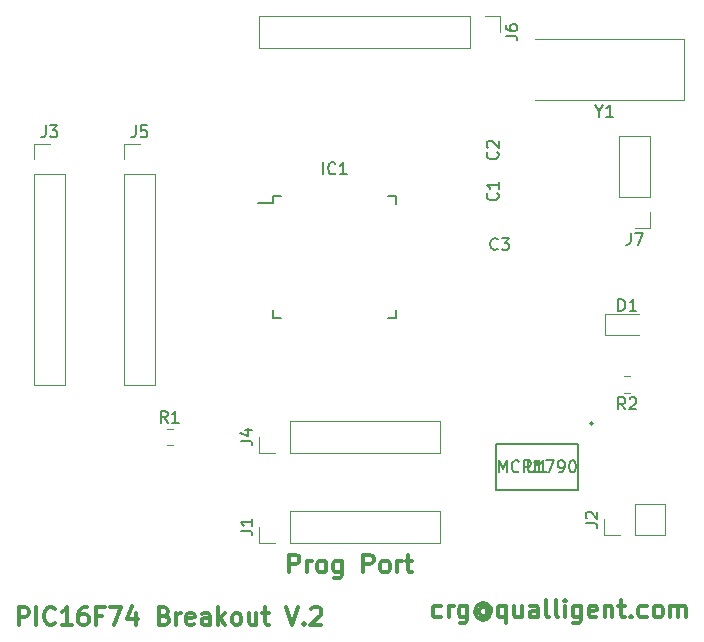
<source format=gbr>
G04 #@! TF.GenerationSoftware,KiCad,Pcbnew,(5.0.0-3-g5ebb6b6)*
G04 #@! TF.CreationDate,2021-02-23T05:46:04-05:00*
G04 #@! TF.ProjectId,PIC16F74Breakout,5049433136463734427265616B6F7574,rev?*
G04 #@! TF.SameCoordinates,Original*
G04 #@! TF.FileFunction,Legend,Top*
G04 #@! TF.FilePolarity,Positive*
%FSLAX46Y46*%
G04 Gerber Fmt 4.6, Leading zero omitted, Abs format (unit mm)*
G04 Created by KiCad (PCBNEW (5.0.0-3-g5ebb6b6)) date Tuesday, February 23, 2021 at 05:46:04 AM*
%MOMM*%
%LPD*%
G01*
G04 APERTURE LIST*
%ADD10C,0.300000*%
%ADD11C,0.152400*%
%ADD12C,0.120000*%
%ADD13C,0.150000*%
G04 APERTURE END LIST*
D10*
X149984285Y-123797142D02*
X149841428Y-123868571D01*
X149555714Y-123868571D01*
X149412857Y-123797142D01*
X149341428Y-123725714D01*
X149270000Y-123582857D01*
X149270000Y-123154285D01*
X149341428Y-123011428D01*
X149412857Y-122940000D01*
X149555714Y-122868571D01*
X149841428Y-122868571D01*
X149984285Y-122940000D01*
X150627142Y-123868571D02*
X150627142Y-122868571D01*
X150627142Y-123154285D02*
X150698571Y-123011428D01*
X150770000Y-122940000D01*
X150912857Y-122868571D01*
X151055714Y-122868571D01*
X152198571Y-122868571D02*
X152198571Y-124082857D01*
X152127142Y-124225714D01*
X152055714Y-124297142D01*
X151912857Y-124368571D01*
X151698571Y-124368571D01*
X151555714Y-124297142D01*
X152198571Y-123797142D02*
X152055714Y-123868571D01*
X151770000Y-123868571D01*
X151627142Y-123797142D01*
X151555714Y-123725714D01*
X151484285Y-123582857D01*
X151484285Y-123154285D01*
X151555714Y-123011428D01*
X151627142Y-122940000D01*
X151770000Y-122868571D01*
X152055714Y-122868571D01*
X152198571Y-122940000D01*
X153841428Y-123154285D02*
X153770000Y-123082857D01*
X153627142Y-123011428D01*
X153484285Y-123011428D01*
X153341428Y-123082857D01*
X153270000Y-123154285D01*
X153198571Y-123297142D01*
X153198571Y-123440000D01*
X153270000Y-123582857D01*
X153341428Y-123654285D01*
X153484285Y-123725714D01*
X153627142Y-123725714D01*
X153770000Y-123654285D01*
X153841428Y-123582857D01*
X153841428Y-123011428D02*
X153841428Y-123582857D01*
X153912857Y-123654285D01*
X153984285Y-123654285D01*
X154127142Y-123582857D01*
X154198571Y-123440000D01*
X154198571Y-123082857D01*
X154055714Y-122868571D01*
X153841428Y-122725714D01*
X153555714Y-122654285D01*
X153270000Y-122725714D01*
X153055714Y-122868571D01*
X152912857Y-123082857D01*
X152841428Y-123368571D01*
X152912857Y-123654285D01*
X153055714Y-123868571D01*
X153270000Y-124011428D01*
X153555714Y-124082857D01*
X153841428Y-124011428D01*
X154055714Y-123868571D01*
X155484285Y-122868571D02*
X155484285Y-124368571D01*
X155484285Y-123797142D02*
X155341428Y-123868571D01*
X155055714Y-123868571D01*
X154912857Y-123797142D01*
X154841428Y-123725714D01*
X154770000Y-123582857D01*
X154770000Y-123154285D01*
X154841428Y-123011428D01*
X154912857Y-122940000D01*
X155055714Y-122868571D01*
X155341428Y-122868571D01*
X155484285Y-122940000D01*
X156841428Y-122868571D02*
X156841428Y-123868571D01*
X156198571Y-122868571D02*
X156198571Y-123654285D01*
X156270000Y-123797142D01*
X156412857Y-123868571D01*
X156627142Y-123868571D01*
X156770000Y-123797142D01*
X156841428Y-123725714D01*
X158198571Y-123868571D02*
X158198571Y-123082857D01*
X158127142Y-122940000D01*
X157984285Y-122868571D01*
X157698571Y-122868571D01*
X157555714Y-122940000D01*
X158198571Y-123797142D02*
X158055714Y-123868571D01*
X157698571Y-123868571D01*
X157555714Y-123797142D01*
X157484285Y-123654285D01*
X157484285Y-123511428D01*
X157555714Y-123368571D01*
X157698571Y-123297142D01*
X158055714Y-123297142D01*
X158198571Y-123225714D01*
X159127142Y-123868571D02*
X158984285Y-123797142D01*
X158912857Y-123654285D01*
X158912857Y-122368571D01*
X159912857Y-123868571D02*
X159770000Y-123797142D01*
X159698571Y-123654285D01*
X159698571Y-122368571D01*
X160484285Y-123868571D02*
X160484285Y-122868571D01*
X160484285Y-122368571D02*
X160412857Y-122440000D01*
X160484285Y-122511428D01*
X160555714Y-122440000D01*
X160484285Y-122368571D01*
X160484285Y-122511428D01*
X161841428Y-122868571D02*
X161841428Y-124082857D01*
X161770000Y-124225714D01*
X161698571Y-124297142D01*
X161555714Y-124368571D01*
X161341428Y-124368571D01*
X161198571Y-124297142D01*
X161841428Y-123797142D02*
X161698571Y-123868571D01*
X161412857Y-123868571D01*
X161270000Y-123797142D01*
X161198571Y-123725714D01*
X161127142Y-123582857D01*
X161127142Y-123154285D01*
X161198571Y-123011428D01*
X161270000Y-122940000D01*
X161412857Y-122868571D01*
X161698571Y-122868571D01*
X161841428Y-122940000D01*
X163127142Y-123797142D02*
X162984285Y-123868571D01*
X162698571Y-123868571D01*
X162555714Y-123797142D01*
X162484285Y-123654285D01*
X162484285Y-123082857D01*
X162555714Y-122940000D01*
X162698571Y-122868571D01*
X162984285Y-122868571D01*
X163127142Y-122940000D01*
X163198571Y-123082857D01*
X163198571Y-123225714D01*
X162484285Y-123368571D01*
X163841428Y-122868571D02*
X163841428Y-123868571D01*
X163841428Y-123011428D02*
X163912857Y-122940000D01*
X164055714Y-122868571D01*
X164270000Y-122868571D01*
X164412857Y-122940000D01*
X164484285Y-123082857D01*
X164484285Y-123868571D01*
X164984285Y-122868571D02*
X165555714Y-122868571D01*
X165198571Y-122368571D02*
X165198571Y-123654285D01*
X165270000Y-123797142D01*
X165412857Y-123868571D01*
X165555714Y-123868571D01*
X166055714Y-123725714D02*
X166127142Y-123797142D01*
X166055714Y-123868571D01*
X165984285Y-123797142D01*
X166055714Y-123725714D01*
X166055714Y-123868571D01*
X167412857Y-123797142D02*
X167270000Y-123868571D01*
X166984285Y-123868571D01*
X166841428Y-123797142D01*
X166770000Y-123725714D01*
X166698571Y-123582857D01*
X166698571Y-123154285D01*
X166770000Y-123011428D01*
X166841428Y-122940000D01*
X166984285Y-122868571D01*
X167270000Y-122868571D01*
X167412857Y-122940000D01*
X168270000Y-123868571D02*
X168127142Y-123797142D01*
X168055714Y-123725714D01*
X167984285Y-123582857D01*
X167984285Y-123154285D01*
X168055714Y-123011428D01*
X168127142Y-122940000D01*
X168270000Y-122868571D01*
X168484285Y-122868571D01*
X168627142Y-122940000D01*
X168698571Y-123011428D01*
X168770000Y-123154285D01*
X168770000Y-123582857D01*
X168698571Y-123725714D01*
X168627142Y-123797142D01*
X168484285Y-123868571D01*
X168270000Y-123868571D01*
X169412857Y-123868571D02*
X169412857Y-122868571D01*
X169412857Y-123011428D02*
X169484285Y-122940000D01*
X169627142Y-122868571D01*
X169841428Y-122868571D01*
X169984285Y-122940000D01*
X170055714Y-123082857D01*
X170055714Y-123868571D01*
X170055714Y-123082857D02*
X170127142Y-122940000D01*
X170270000Y-122868571D01*
X170484285Y-122868571D01*
X170627142Y-122940000D01*
X170698571Y-123082857D01*
X170698571Y-123868571D01*
X114214285Y-124503571D02*
X114214285Y-123003571D01*
X114785714Y-123003571D01*
X114928571Y-123075000D01*
X115000000Y-123146428D01*
X115071428Y-123289285D01*
X115071428Y-123503571D01*
X115000000Y-123646428D01*
X114928571Y-123717857D01*
X114785714Y-123789285D01*
X114214285Y-123789285D01*
X115714285Y-124503571D02*
X115714285Y-123003571D01*
X117285714Y-124360714D02*
X117214285Y-124432142D01*
X117000000Y-124503571D01*
X116857142Y-124503571D01*
X116642857Y-124432142D01*
X116500000Y-124289285D01*
X116428571Y-124146428D01*
X116357142Y-123860714D01*
X116357142Y-123646428D01*
X116428571Y-123360714D01*
X116500000Y-123217857D01*
X116642857Y-123075000D01*
X116857142Y-123003571D01*
X117000000Y-123003571D01*
X117214285Y-123075000D01*
X117285714Y-123146428D01*
X118714285Y-124503571D02*
X117857142Y-124503571D01*
X118285714Y-124503571D02*
X118285714Y-123003571D01*
X118142857Y-123217857D01*
X118000000Y-123360714D01*
X117857142Y-123432142D01*
X120000000Y-123003571D02*
X119714285Y-123003571D01*
X119571428Y-123075000D01*
X119500000Y-123146428D01*
X119357142Y-123360714D01*
X119285714Y-123646428D01*
X119285714Y-124217857D01*
X119357142Y-124360714D01*
X119428571Y-124432142D01*
X119571428Y-124503571D01*
X119857142Y-124503571D01*
X120000000Y-124432142D01*
X120071428Y-124360714D01*
X120142857Y-124217857D01*
X120142857Y-123860714D01*
X120071428Y-123717857D01*
X120000000Y-123646428D01*
X119857142Y-123575000D01*
X119571428Y-123575000D01*
X119428571Y-123646428D01*
X119357142Y-123717857D01*
X119285714Y-123860714D01*
X121285714Y-123717857D02*
X120785714Y-123717857D01*
X120785714Y-124503571D02*
X120785714Y-123003571D01*
X121500000Y-123003571D01*
X121928571Y-123003571D02*
X122928571Y-123003571D01*
X122285714Y-124503571D01*
X124142857Y-123503571D02*
X124142857Y-124503571D01*
X123785714Y-122932142D02*
X123428571Y-124003571D01*
X124357142Y-124003571D01*
X126571428Y-123717857D02*
X126785714Y-123789285D01*
X126857142Y-123860714D01*
X126928571Y-124003571D01*
X126928571Y-124217857D01*
X126857142Y-124360714D01*
X126785714Y-124432142D01*
X126642857Y-124503571D01*
X126071428Y-124503571D01*
X126071428Y-123003571D01*
X126571428Y-123003571D01*
X126714285Y-123075000D01*
X126785714Y-123146428D01*
X126857142Y-123289285D01*
X126857142Y-123432142D01*
X126785714Y-123575000D01*
X126714285Y-123646428D01*
X126571428Y-123717857D01*
X126071428Y-123717857D01*
X127571428Y-124503571D02*
X127571428Y-123503571D01*
X127571428Y-123789285D02*
X127642857Y-123646428D01*
X127714285Y-123575000D01*
X127857142Y-123503571D01*
X128000000Y-123503571D01*
X129071428Y-124432142D02*
X128928571Y-124503571D01*
X128642857Y-124503571D01*
X128500000Y-124432142D01*
X128428571Y-124289285D01*
X128428571Y-123717857D01*
X128500000Y-123575000D01*
X128642857Y-123503571D01*
X128928571Y-123503571D01*
X129071428Y-123575000D01*
X129142857Y-123717857D01*
X129142857Y-123860714D01*
X128428571Y-124003571D01*
X130428571Y-124503571D02*
X130428571Y-123717857D01*
X130357142Y-123575000D01*
X130214285Y-123503571D01*
X129928571Y-123503571D01*
X129785714Y-123575000D01*
X130428571Y-124432142D02*
X130285714Y-124503571D01*
X129928571Y-124503571D01*
X129785714Y-124432142D01*
X129714285Y-124289285D01*
X129714285Y-124146428D01*
X129785714Y-124003571D01*
X129928571Y-123932142D01*
X130285714Y-123932142D01*
X130428571Y-123860714D01*
X131142857Y-124503571D02*
X131142857Y-123003571D01*
X131285714Y-123932142D02*
X131714285Y-124503571D01*
X131714285Y-123503571D02*
X131142857Y-124075000D01*
X132571428Y-124503571D02*
X132428571Y-124432142D01*
X132357142Y-124360714D01*
X132285714Y-124217857D01*
X132285714Y-123789285D01*
X132357142Y-123646428D01*
X132428571Y-123575000D01*
X132571428Y-123503571D01*
X132785714Y-123503571D01*
X132928571Y-123575000D01*
X133000000Y-123646428D01*
X133071428Y-123789285D01*
X133071428Y-124217857D01*
X133000000Y-124360714D01*
X132928571Y-124432142D01*
X132785714Y-124503571D01*
X132571428Y-124503571D01*
X134357142Y-123503571D02*
X134357142Y-124503571D01*
X133714285Y-123503571D02*
X133714285Y-124289285D01*
X133785714Y-124432142D01*
X133928571Y-124503571D01*
X134142857Y-124503571D01*
X134285714Y-124432142D01*
X134357142Y-124360714D01*
X134857142Y-123503571D02*
X135428571Y-123503571D01*
X135071428Y-123003571D02*
X135071428Y-124289285D01*
X135142857Y-124432142D01*
X135285714Y-124503571D01*
X135428571Y-124503571D01*
X136857142Y-123003571D02*
X137357142Y-124503571D01*
X137857142Y-123003571D01*
X138357142Y-124360714D02*
X138428571Y-124432142D01*
X138357142Y-124503571D01*
X138285714Y-124432142D01*
X138357142Y-124360714D01*
X138357142Y-124503571D01*
X139000000Y-123146428D02*
X139071428Y-123075000D01*
X139214285Y-123003571D01*
X139571428Y-123003571D01*
X139714285Y-123075000D01*
X139785714Y-123146428D01*
X139857142Y-123289285D01*
X139857142Y-123432142D01*
X139785714Y-123646428D01*
X138928571Y-124503571D01*
X139857142Y-124503571D01*
X137132857Y-120058571D02*
X137132857Y-118558571D01*
X137704285Y-118558571D01*
X137847142Y-118630000D01*
X137918571Y-118701428D01*
X137990000Y-118844285D01*
X137990000Y-119058571D01*
X137918571Y-119201428D01*
X137847142Y-119272857D01*
X137704285Y-119344285D01*
X137132857Y-119344285D01*
X138632857Y-120058571D02*
X138632857Y-119058571D01*
X138632857Y-119344285D02*
X138704285Y-119201428D01*
X138775714Y-119130000D01*
X138918571Y-119058571D01*
X139061428Y-119058571D01*
X139775714Y-120058571D02*
X139632857Y-119987142D01*
X139561428Y-119915714D01*
X139490000Y-119772857D01*
X139490000Y-119344285D01*
X139561428Y-119201428D01*
X139632857Y-119130000D01*
X139775714Y-119058571D01*
X139990000Y-119058571D01*
X140132857Y-119130000D01*
X140204285Y-119201428D01*
X140275714Y-119344285D01*
X140275714Y-119772857D01*
X140204285Y-119915714D01*
X140132857Y-119987142D01*
X139990000Y-120058571D01*
X139775714Y-120058571D01*
X141561428Y-119058571D02*
X141561428Y-120272857D01*
X141490000Y-120415714D01*
X141418571Y-120487142D01*
X141275714Y-120558571D01*
X141061428Y-120558571D01*
X140918571Y-120487142D01*
X141561428Y-119987142D02*
X141418571Y-120058571D01*
X141132857Y-120058571D01*
X140990000Y-119987142D01*
X140918571Y-119915714D01*
X140847142Y-119772857D01*
X140847142Y-119344285D01*
X140918571Y-119201428D01*
X140990000Y-119130000D01*
X141132857Y-119058571D01*
X141418571Y-119058571D01*
X141561428Y-119130000D01*
X143418571Y-120058571D02*
X143418571Y-118558571D01*
X143990000Y-118558571D01*
X144132857Y-118630000D01*
X144204285Y-118701428D01*
X144275714Y-118844285D01*
X144275714Y-119058571D01*
X144204285Y-119201428D01*
X144132857Y-119272857D01*
X143990000Y-119344285D01*
X143418571Y-119344285D01*
X145132857Y-120058571D02*
X144990000Y-119987142D01*
X144918571Y-119915714D01*
X144847142Y-119772857D01*
X144847142Y-119344285D01*
X144918571Y-119201428D01*
X144990000Y-119130000D01*
X145132857Y-119058571D01*
X145347142Y-119058571D01*
X145490000Y-119130000D01*
X145561428Y-119201428D01*
X145632857Y-119344285D01*
X145632857Y-119772857D01*
X145561428Y-119915714D01*
X145490000Y-119987142D01*
X145347142Y-120058571D01*
X145132857Y-120058571D01*
X146275714Y-120058571D02*
X146275714Y-119058571D01*
X146275714Y-119344285D02*
X146347142Y-119201428D01*
X146418571Y-119130000D01*
X146561428Y-119058571D01*
X146704285Y-119058571D01*
X146990000Y-119058571D02*
X147561428Y-119058571D01*
X147204285Y-118558571D02*
X147204285Y-119844285D01*
X147275714Y-119987142D01*
X147418571Y-120058571D01*
X147561428Y-120058571D01*
D11*
G04 #@! TO.C,U1*
X161592001Y-109148000D02*
X154637999Y-109148000D01*
X154637999Y-109148000D02*
X154637999Y-113102000D01*
X154637999Y-113102000D02*
X161592001Y-113102000D01*
X161592001Y-113102000D02*
X161592001Y-109148000D01*
X162862000Y-107475000D02*
G75*
G03X162862000Y-107475000I-127000J0D01*
G01*
D12*
G04 #@! TO.C,D1*
X166735000Y-98150000D02*
X163850000Y-98150000D01*
X163850000Y-98150000D02*
X163850000Y-99970000D01*
X163850000Y-99970000D02*
X166735000Y-99970000D01*
D13*
G04 #@! TO.C,IC1*
X135795000Y-88170000D02*
X135795000Y-88745000D01*
X146145000Y-88170000D02*
X146145000Y-88845000D01*
X146145000Y-98520000D02*
X146145000Y-97845000D01*
X135795000Y-98520000D02*
X135795000Y-97845000D01*
X135795000Y-88170000D02*
X136470000Y-88170000D01*
X135795000Y-98520000D02*
X136470000Y-98520000D01*
X146145000Y-98520000D02*
X145470000Y-98520000D01*
X146145000Y-88170000D02*
X145470000Y-88170000D01*
X135795000Y-88745000D02*
X134520000Y-88745000D01*
D12*
G04 #@! TO.C,J1*
X149920000Y-117535000D02*
X149920000Y-114875000D01*
X137160000Y-117535000D02*
X149920000Y-117535000D01*
X137160000Y-114875000D02*
X149920000Y-114875000D01*
X137160000Y-117535000D02*
X137160000Y-114875000D01*
X135890000Y-117535000D02*
X134560000Y-117535000D01*
X134560000Y-117535000D02*
X134560000Y-116205000D01*
G04 #@! TO.C,J2*
X168970000Y-116900000D02*
X168970000Y-114240000D01*
X166370000Y-116900000D02*
X168970000Y-116900000D01*
X166370000Y-114240000D02*
X168970000Y-114240000D01*
X166370000Y-116900000D02*
X166370000Y-114240000D01*
X165100000Y-116900000D02*
X163770000Y-116900000D01*
X163770000Y-116900000D02*
X163770000Y-115570000D01*
G04 #@! TO.C,J3*
X115510000Y-104200000D02*
X118170000Y-104200000D01*
X115510000Y-86360000D02*
X115510000Y-104200000D01*
X118170000Y-86360000D02*
X118170000Y-104200000D01*
X115510000Y-86360000D02*
X118170000Y-86360000D01*
X115510000Y-85090000D02*
X115510000Y-83760000D01*
X115510000Y-83760000D02*
X116840000Y-83760000D01*
G04 #@! TO.C,J4*
X134560000Y-109915000D02*
X134560000Y-108585000D01*
X135890000Y-109915000D02*
X134560000Y-109915000D01*
X137160000Y-109915000D02*
X137160000Y-107255000D01*
X137160000Y-107255000D02*
X149920000Y-107255000D01*
X137160000Y-109915000D02*
X149920000Y-109915000D01*
X149920000Y-109915000D02*
X149920000Y-107255000D01*
G04 #@! TO.C,J5*
X123130000Y-104200000D02*
X125790000Y-104200000D01*
X123130000Y-86360000D02*
X123130000Y-104200000D01*
X125790000Y-86360000D02*
X125790000Y-104200000D01*
X123130000Y-86360000D02*
X125790000Y-86360000D01*
X123130000Y-85090000D02*
X123130000Y-83760000D01*
X123130000Y-83760000D02*
X124460000Y-83760000D01*
G04 #@! TO.C,J6*
X155000000Y-72965000D02*
X155000000Y-74295000D01*
X153670000Y-72965000D02*
X155000000Y-72965000D01*
X152400000Y-72965000D02*
X152400000Y-75625000D01*
X152400000Y-75625000D02*
X134560000Y-75625000D01*
X152400000Y-72965000D02*
X134560000Y-72965000D01*
X134560000Y-72965000D02*
X134560000Y-75625000D01*
G04 #@! TO.C,J7*
X167700000Y-83125000D02*
X165040000Y-83125000D01*
X167700000Y-88265000D02*
X167700000Y-83125000D01*
X165040000Y-88265000D02*
X165040000Y-83125000D01*
X167700000Y-88265000D02*
X165040000Y-88265000D01*
X167700000Y-89535000D02*
X167700000Y-90865000D01*
X167700000Y-90865000D02*
X166370000Y-90865000D01*
G04 #@! TO.C,R1*
X126741422Y-107875000D02*
X127258578Y-107875000D01*
X126741422Y-109295000D02*
X127258578Y-109295000D01*
G04 #@! TO.C,R2*
X165993578Y-103430000D02*
X165476422Y-103430000D01*
X165993578Y-104850000D02*
X165476422Y-104850000D01*
G04 #@! TO.C,Y1*
X157930000Y-80020000D02*
X170530000Y-80020000D01*
X170530000Y-80020000D02*
X170530000Y-74920000D01*
X170530000Y-74920000D02*
X157930000Y-74920000D01*
G04 #@! TO.C,U1*
D13*
X157353095Y-110577380D02*
X157353095Y-111386904D01*
X157400714Y-111482142D01*
X157448333Y-111529761D01*
X157543571Y-111577380D01*
X157734047Y-111577380D01*
X157829285Y-111529761D01*
X157876904Y-111482142D01*
X157924523Y-111386904D01*
X157924523Y-110577380D01*
X158924523Y-111577380D02*
X158353095Y-111577380D01*
X158638809Y-111577380D02*
X158638809Y-110577380D01*
X158543571Y-110720238D01*
X158448333Y-110815476D01*
X158353095Y-110863095D01*
X154876904Y-111577380D02*
X154876904Y-110577380D01*
X155210238Y-111291666D01*
X155543571Y-110577380D01*
X155543571Y-111577380D01*
X156591190Y-111482142D02*
X156543571Y-111529761D01*
X156400714Y-111577380D01*
X156305476Y-111577380D01*
X156162619Y-111529761D01*
X156067380Y-111434523D01*
X156019761Y-111339285D01*
X155972142Y-111148809D01*
X155972142Y-111005952D01*
X156019761Y-110815476D01*
X156067380Y-110720238D01*
X156162619Y-110625000D01*
X156305476Y-110577380D01*
X156400714Y-110577380D01*
X156543571Y-110625000D01*
X156591190Y-110672619D01*
X157019761Y-111577380D02*
X157019761Y-110577380D01*
X157400714Y-110577380D01*
X157495952Y-110625000D01*
X157543571Y-110672619D01*
X157591190Y-110767857D01*
X157591190Y-110910714D01*
X157543571Y-111005952D01*
X157495952Y-111053571D01*
X157400714Y-111101190D01*
X157019761Y-111101190D01*
X158543571Y-111577380D02*
X157972142Y-111577380D01*
X158257857Y-111577380D02*
X158257857Y-110577380D01*
X158162619Y-110720238D01*
X158067380Y-110815476D01*
X157972142Y-110863095D01*
X158876904Y-110577380D02*
X159543571Y-110577380D01*
X159115000Y-111577380D01*
X159972142Y-111577380D02*
X160162619Y-111577380D01*
X160257857Y-111529761D01*
X160305476Y-111482142D01*
X160400714Y-111339285D01*
X160448333Y-111148809D01*
X160448333Y-110767857D01*
X160400714Y-110672619D01*
X160353095Y-110625000D01*
X160257857Y-110577380D01*
X160067380Y-110577380D01*
X159972142Y-110625000D01*
X159924523Y-110672619D01*
X159876904Y-110767857D01*
X159876904Y-111005952D01*
X159924523Y-111101190D01*
X159972142Y-111148809D01*
X160067380Y-111196428D01*
X160257857Y-111196428D01*
X160353095Y-111148809D01*
X160400714Y-111101190D01*
X160448333Y-111005952D01*
X161067380Y-110577380D02*
X161162619Y-110577380D01*
X161257857Y-110625000D01*
X161305476Y-110672619D01*
X161353095Y-110767857D01*
X161400714Y-110958333D01*
X161400714Y-111196428D01*
X161353095Y-111386904D01*
X161305476Y-111482142D01*
X161257857Y-111529761D01*
X161162619Y-111577380D01*
X161067380Y-111577380D01*
X160972142Y-111529761D01*
X160924523Y-111482142D01*
X160876904Y-111386904D01*
X160829285Y-111196428D01*
X160829285Y-110958333D01*
X160876904Y-110767857D01*
X160924523Y-110672619D01*
X160972142Y-110625000D01*
X161067380Y-110577380D01*
X158115000Y-110577380D02*
X158115000Y-110815476D01*
X157876904Y-110720238D02*
X158115000Y-110815476D01*
X158353095Y-110720238D01*
X157972142Y-111005952D02*
X158115000Y-110815476D01*
X158257857Y-111005952D01*
G04 #@! TO.C,C1*
X154762142Y-87946666D02*
X154809761Y-87994285D01*
X154857380Y-88137142D01*
X154857380Y-88232380D01*
X154809761Y-88375238D01*
X154714523Y-88470476D01*
X154619285Y-88518095D01*
X154428809Y-88565714D01*
X154285952Y-88565714D01*
X154095476Y-88518095D01*
X154000238Y-88470476D01*
X153905000Y-88375238D01*
X153857380Y-88232380D01*
X153857380Y-88137142D01*
X153905000Y-87994285D01*
X153952619Y-87946666D01*
X154857380Y-86994285D02*
X154857380Y-87565714D01*
X154857380Y-87280000D02*
X153857380Y-87280000D01*
X154000238Y-87375238D01*
X154095476Y-87470476D01*
X154143095Y-87565714D01*
G04 #@! TO.C,C2*
X154762142Y-84471666D02*
X154809761Y-84519285D01*
X154857380Y-84662142D01*
X154857380Y-84757380D01*
X154809761Y-84900238D01*
X154714523Y-84995476D01*
X154619285Y-85043095D01*
X154428809Y-85090714D01*
X154285952Y-85090714D01*
X154095476Y-85043095D01*
X154000238Y-84995476D01*
X153905000Y-84900238D01*
X153857380Y-84757380D01*
X153857380Y-84662142D01*
X153905000Y-84519285D01*
X153952619Y-84471666D01*
X153952619Y-84090714D02*
X153905000Y-84043095D01*
X153857380Y-83947857D01*
X153857380Y-83709761D01*
X153905000Y-83614523D01*
X153952619Y-83566904D01*
X154047857Y-83519285D01*
X154143095Y-83519285D01*
X154285952Y-83566904D01*
X154857380Y-84138333D01*
X154857380Y-83519285D01*
G04 #@! TO.C,C3*
X154773333Y-92652142D02*
X154725714Y-92699761D01*
X154582857Y-92747380D01*
X154487619Y-92747380D01*
X154344761Y-92699761D01*
X154249523Y-92604523D01*
X154201904Y-92509285D01*
X154154285Y-92318809D01*
X154154285Y-92175952D01*
X154201904Y-91985476D01*
X154249523Y-91890238D01*
X154344761Y-91795000D01*
X154487619Y-91747380D01*
X154582857Y-91747380D01*
X154725714Y-91795000D01*
X154773333Y-91842619D01*
X155106666Y-91747380D02*
X155725714Y-91747380D01*
X155392380Y-92128333D01*
X155535238Y-92128333D01*
X155630476Y-92175952D01*
X155678095Y-92223571D01*
X155725714Y-92318809D01*
X155725714Y-92556904D01*
X155678095Y-92652142D01*
X155630476Y-92699761D01*
X155535238Y-92747380D01*
X155249523Y-92747380D01*
X155154285Y-92699761D01*
X155106666Y-92652142D01*
G04 #@! TO.C,D1*
X164996904Y-97912380D02*
X164996904Y-96912380D01*
X165235000Y-96912380D01*
X165377857Y-96960000D01*
X165473095Y-97055238D01*
X165520714Y-97150476D01*
X165568333Y-97340952D01*
X165568333Y-97483809D01*
X165520714Y-97674285D01*
X165473095Y-97769523D01*
X165377857Y-97864761D01*
X165235000Y-97912380D01*
X164996904Y-97912380D01*
X166520714Y-97912380D02*
X165949285Y-97912380D01*
X166235000Y-97912380D02*
X166235000Y-96912380D01*
X166139761Y-97055238D01*
X166044523Y-97150476D01*
X165949285Y-97198095D01*
G04 #@! TO.C,IC1*
X139993809Y-86347380D02*
X139993809Y-85347380D01*
X141041428Y-86252142D02*
X140993809Y-86299761D01*
X140850952Y-86347380D01*
X140755714Y-86347380D01*
X140612857Y-86299761D01*
X140517619Y-86204523D01*
X140470000Y-86109285D01*
X140422380Y-85918809D01*
X140422380Y-85775952D01*
X140470000Y-85585476D01*
X140517619Y-85490238D01*
X140612857Y-85395000D01*
X140755714Y-85347380D01*
X140850952Y-85347380D01*
X140993809Y-85395000D01*
X141041428Y-85442619D01*
X141993809Y-86347380D02*
X141422380Y-86347380D01*
X141708095Y-86347380D02*
X141708095Y-85347380D01*
X141612857Y-85490238D01*
X141517619Y-85585476D01*
X141422380Y-85633095D01*
G04 #@! TO.C,J1*
X133012380Y-116538333D02*
X133726666Y-116538333D01*
X133869523Y-116585952D01*
X133964761Y-116681190D01*
X134012380Y-116824047D01*
X134012380Y-116919285D01*
X134012380Y-115538333D02*
X134012380Y-116109761D01*
X134012380Y-115824047D02*
X133012380Y-115824047D01*
X133155238Y-115919285D01*
X133250476Y-116014523D01*
X133298095Y-116109761D01*
G04 #@! TO.C,J2*
X162222380Y-115903333D02*
X162936666Y-115903333D01*
X163079523Y-115950952D01*
X163174761Y-116046190D01*
X163222380Y-116189047D01*
X163222380Y-116284285D01*
X162317619Y-115474761D02*
X162270000Y-115427142D01*
X162222380Y-115331904D01*
X162222380Y-115093809D01*
X162270000Y-114998571D01*
X162317619Y-114950952D01*
X162412857Y-114903333D01*
X162508095Y-114903333D01*
X162650952Y-114950952D01*
X163222380Y-115522380D01*
X163222380Y-114903333D01*
G04 #@! TO.C,J3*
X116506666Y-82212380D02*
X116506666Y-82926666D01*
X116459047Y-83069523D01*
X116363809Y-83164761D01*
X116220952Y-83212380D01*
X116125714Y-83212380D01*
X116887619Y-82212380D02*
X117506666Y-82212380D01*
X117173333Y-82593333D01*
X117316190Y-82593333D01*
X117411428Y-82640952D01*
X117459047Y-82688571D01*
X117506666Y-82783809D01*
X117506666Y-83021904D01*
X117459047Y-83117142D01*
X117411428Y-83164761D01*
X117316190Y-83212380D01*
X117030476Y-83212380D01*
X116935238Y-83164761D01*
X116887619Y-83117142D01*
G04 #@! TO.C,J4*
X133012380Y-108918333D02*
X133726666Y-108918333D01*
X133869523Y-108965952D01*
X133964761Y-109061190D01*
X134012380Y-109204047D01*
X134012380Y-109299285D01*
X133345714Y-108013571D02*
X134012380Y-108013571D01*
X132964761Y-108251666D02*
X133679047Y-108489761D01*
X133679047Y-107870714D01*
G04 #@! TO.C,J5*
X124126666Y-82212380D02*
X124126666Y-82926666D01*
X124079047Y-83069523D01*
X123983809Y-83164761D01*
X123840952Y-83212380D01*
X123745714Y-83212380D01*
X125079047Y-82212380D02*
X124602857Y-82212380D01*
X124555238Y-82688571D01*
X124602857Y-82640952D01*
X124698095Y-82593333D01*
X124936190Y-82593333D01*
X125031428Y-82640952D01*
X125079047Y-82688571D01*
X125126666Y-82783809D01*
X125126666Y-83021904D01*
X125079047Y-83117142D01*
X125031428Y-83164761D01*
X124936190Y-83212380D01*
X124698095Y-83212380D01*
X124602857Y-83164761D01*
X124555238Y-83117142D01*
G04 #@! TO.C,J6*
X155452380Y-74628333D02*
X156166666Y-74628333D01*
X156309523Y-74675952D01*
X156404761Y-74771190D01*
X156452380Y-74914047D01*
X156452380Y-75009285D01*
X155452380Y-73723571D02*
X155452380Y-73914047D01*
X155500000Y-74009285D01*
X155547619Y-74056904D01*
X155690476Y-74152142D01*
X155880952Y-74199761D01*
X156261904Y-74199761D01*
X156357142Y-74152142D01*
X156404761Y-74104523D01*
X156452380Y-74009285D01*
X156452380Y-73818809D01*
X156404761Y-73723571D01*
X156357142Y-73675952D01*
X156261904Y-73628333D01*
X156023809Y-73628333D01*
X155928571Y-73675952D01*
X155880952Y-73723571D01*
X155833333Y-73818809D01*
X155833333Y-74009285D01*
X155880952Y-74104523D01*
X155928571Y-74152142D01*
X156023809Y-74199761D01*
G04 #@! TO.C,J7*
X166036666Y-91317380D02*
X166036666Y-92031666D01*
X165989047Y-92174523D01*
X165893809Y-92269761D01*
X165750952Y-92317380D01*
X165655714Y-92317380D01*
X166417619Y-91317380D02*
X167084285Y-91317380D01*
X166655714Y-92317380D01*
G04 #@! TO.C,R1*
X126833333Y-107387380D02*
X126500000Y-106911190D01*
X126261904Y-107387380D02*
X126261904Y-106387380D01*
X126642857Y-106387380D01*
X126738095Y-106435000D01*
X126785714Y-106482619D01*
X126833333Y-106577857D01*
X126833333Y-106720714D01*
X126785714Y-106815952D01*
X126738095Y-106863571D01*
X126642857Y-106911190D01*
X126261904Y-106911190D01*
X127785714Y-107387380D02*
X127214285Y-107387380D01*
X127500000Y-107387380D02*
X127500000Y-106387380D01*
X127404761Y-106530238D01*
X127309523Y-106625476D01*
X127214285Y-106673095D01*
G04 #@! TO.C,R2*
X165568333Y-106242380D02*
X165235000Y-105766190D01*
X164996904Y-106242380D02*
X164996904Y-105242380D01*
X165377857Y-105242380D01*
X165473095Y-105290000D01*
X165520714Y-105337619D01*
X165568333Y-105432857D01*
X165568333Y-105575714D01*
X165520714Y-105670952D01*
X165473095Y-105718571D01*
X165377857Y-105766190D01*
X164996904Y-105766190D01*
X165949285Y-105337619D02*
X165996904Y-105290000D01*
X166092142Y-105242380D01*
X166330238Y-105242380D01*
X166425476Y-105290000D01*
X166473095Y-105337619D01*
X166520714Y-105432857D01*
X166520714Y-105528095D01*
X166473095Y-105670952D01*
X165901666Y-106242380D01*
X166520714Y-106242380D01*
G04 #@! TO.C,Y1*
X163353809Y-80996190D02*
X163353809Y-81472380D01*
X163020476Y-80472380D02*
X163353809Y-80996190D01*
X163687142Y-80472380D01*
X164544285Y-81472380D02*
X163972857Y-81472380D01*
X164258571Y-81472380D02*
X164258571Y-80472380D01*
X164163333Y-80615238D01*
X164068095Y-80710476D01*
X163972857Y-80758095D01*
G04 #@! TD*
M02*

</source>
